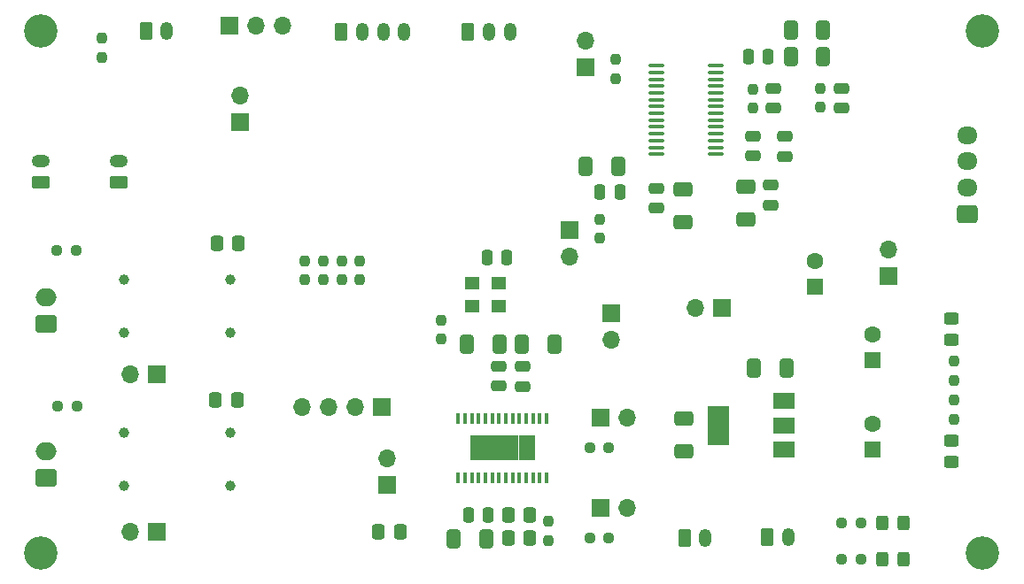
<source format=gbr>
%TF.GenerationSoftware,KiCad,Pcbnew,7.0.8*%
%TF.CreationDate,2024-11-14T21:46:59-08:00*%
%TF.ProjectId,CS8416-PCB5122,43533834-3136-42d5-9043-42353132322e,rev?*%
%TF.SameCoordinates,Original*%
%TF.FileFunction,Soldermask,Top*%
%TF.FilePolarity,Negative*%
%FSLAX46Y46*%
G04 Gerber Fmt 4.6, Leading zero omitted, Abs format (unit mm)*
G04 Created by KiCad (PCBNEW 7.0.8) date 2024-11-14 21:46:59*
%MOMM*%
%LPD*%
G01*
G04 APERTURE LIST*
G04 Aperture macros list*
%AMRoundRect*
0 Rectangle with rounded corners*
0 $1 Rounding radius*
0 $2 $3 $4 $5 $6 $7 $8 $9 X,Y pos of 4 corners*
0 Add a 4 corners polygon primitive as box body*
4,1,4,$2,$3,$4,$5,$6,$7,$8,$9,$2,$3,0*
0 Add four circle primitives for the rounded corners*
1,1,$1+$1,$2,$3*
1,1,$1+$1,$4,$5*
1,1,$1+$1,$6,$7*
1,1,$1+$1,$8,$9*
0 Add four rect primitives between the rounded corners*
20,1,$1+$1,$2,$3,$4,$5,0*
20,1,$1+$1,$4,$5,$6,$7,0*
20,1,$1+$1,$6,$7,$8,$9,0*
20,1,$1+$1,$8,$9,$2,$3,0*%
G04 Aperture macros list end*
%ADD10O,1.700000X1.700000*%
%ADD11R,1.700000X1.700000*%
%ADD12C,1.000000*%
%ADD13RoundRect,0.250000X0.412500X0.650000X-0.412500X0.650000X-0.412500X-0.650000X0.412500X-0.650000X0*%
%ADD14RoundRect,0.250000X-0.325000X-0.450000X0.325000X-0.450000X0.325000X0.450000X-0.325000X0.450000X0*%
%ADD15RoundRect,0.250000X-0.650000X0.412500X-0.650000X-0.412500X0.650000X-0.412500X0.650000X0.412500X0*%
%ADD16RoundRect,0.237500X0.237500X-0.250000X0.237500X0.250000X-0.237500X0.250000X-0.237500X-0.250000X0*%
%ADD17R,1.600000X1.600000*%
%ADD18C,1.600000*%
%ADD19RoundRect,0.250000X-0.412500X-0.650000X0.412500X-0.650000X0.412500X0.650000X-0.412500X0.650000X0*%
%ADD20RoundRect,0.250000X0.650000X-0.412500X0.650000X0.412500X-0.650000X0.412500X-0.650000X-0.412500X0*%
%ADD21RoundRect,0.250000X0.725000X-0.600000X0.725000X0.600000X-0.725000X0.600000X-0.725000X-0.600000X0*%
%ADD22O,1.950000X1.700000*%
%ADD23R,0.400000X1.100000*%
%ADD24R,1.542500X1.200000*%
%ADD25RoundRect,0.237500X0.250000X0.237500X-0.250000X0.237500X-0.250000X-0.237500X0.250000X-0.237500X0*%
%ADD26R,2.000000X1.500000*%
%ADD27R,2.000000X3.800000*%
%ADD28RoundRect,0.250000X-0.450000X0.325000X-0.450000X-0.325000X0.450000X-0.325000X0.450000X0.325000X0*%
%ADD29RoundRect,0.250000X-0.337500X-0.475000X0.337500X-0.475000X0.337500X0.475000X-0.337500X0.475000X0*%
%ADD30RoundRect,0.237500X-0.237500X0.250000X-0.237500X-0.250000X0.237500X-0.250000X0.237500X0.250000X0*%
%ADD31RoundRect,0.237500X-0.250000X-0.237500X0.250000X-0.237500X0.250000X0.237500X-0.250000X0.237500X0*%
%ADD32O,1.200000X1.750000*%
%ADD33RoundRect,0.250000X-0.350000X-0.625000X0.350000X-0.625000X0.350000X0.625000X-0.350000X0.625000X0*%
%ADD34RoundRect,0.100000X0.637500X0.100000X-0.637500X0.100000X-0.637500X-0.100000X0.637500X-0.100000X0*%
%ADD35RoundRect,0.250000X0.750000X-0.600000X0.750000X0.600000X-0.750000X0.600000X-0.750000X-0.600000X0*%
%ADD36O,2.000000X1.700000*%
%ADD37RoundRect,0.250000X0.475000X-0.250000X0.475000X0.250000X-0.475000X0.250000X-0.475000X-0.250000X0*%
%ADD38C,3.200000*%
%ADD39RoundRect,0.250000X0.250000X0.475000X-0.250000X0.475000X-0.250000X-0.475000X0.250000X-0.475000X0*%
%ADD40O,1.750000X1.200000*%
%ADD41RoundRect,0.250000X0.625000X-0.350000X0.625000X0.350000X-0.625000X0.350000X-0.625000X-0.350000X0*%
%ADD42RoundRect,0.250000X-0.475000X0.250000X-0.475000X-0.250000X0.475000X-0.250000X0.475000X0.250000X0*%
%ADD43RoundRect,0.250000X-0.250000X-0.475000X0.250000X-0.475000X0.250000X0.475000X-0.250000X0.475000X0*%
%ADD44RoundRect,0.250000X0.450000X-0.325000X0.450000X0.325000X-0.450000X0.325000X-0.450000X-0.325000X0*%
%ADD45R,1.400000X1.200000*%
G04 APERTURE END LIST*
D10*
%TO.C,J11*%
X107513748Y-114215000D03*
D11*
X107513748Y-116755000D03*
%TD*%
D12*
%TO.C,T2*%
X63433748Y-151715000D03*
X63433748Y-156795000D03*
X73593748Y-156795000D03*
X73593748Y-151715000D03*
%TD*%
D13*
%TO.C,C18*%
X107513748Y-126255000D03*
X110638748Y-126255000D03*
%TD*%
D14*
%TO.C,D3*%
X135901248Y-160355000D03*
X137951248Y-160355000D03*
%TD*%
D11*
%TO.C,J14*%
X88093748Y-149255000D03*
D10*
X85553748Y-149255000D03*
X83013748Y-149255000D03*
X80473748Y-149255000D03*
%TD*%
D15*
%TO.C,C13*%
X122833748Y-131331248D03*
X122833748Y-128206248D03*
%TD*%
D16*
%TO.C,R2*%
X142778748Y-144850834D03*
X142778748Y-146675834D03*
%TD*%
D13*
%TO.C,C21*%
X104608748Y-143205000D03*
X101483748Y-143205000D03*
%TD*%
D11*
%TO.C,J13*%
X110013748Y-140255000D03*
D10*
X110013748Y-142795000D03*
%TD*%
%TO.C,J4*%
X78568748Y-112755000D03*
X76028748Y-112755000D03*
D11*
X73488748Y-112755000D03*
%TD*%
D17*
%TO.C,C14*%
X135013748Y-153337379D03*
D18*
X135013748Y-150837379D03*
%TD*%
D19*
%TO.C,C22*%
X96183748Y-143205000D03*
X99308748Y-143205000D03*
%TD*%
D20*
%TO.C,C7*%
X116979036Y-150382343D03*
X116979036Y-153507343D03*
%TD*%
D19*
%TO.C,C2*%
X126741536Y-145544843D03*
X123616536Y-145544843D03*
%TD*%
D21*
%TO.C,J6*%
X144013748Y-130755000D03*
D22*
X144013748Y-128255000D03*
X144013748Y-125755000D03*
X144013748Y-123255000D03*
%TD*%
D23*
%TO.C,U3*%
X95387050Y-156018110D03*
X96037050Y-156018110D03*
X96687050Y-156018110D03*
X97337050Y-156018110D03*
X97987050Y-156018110D03*
X98637050Y-156018110D03*
X99287050Y-156018110D03*
X99937050Y-156018110D03*
X100587050Y-156018110D03*
X101237050Y-156018110D03*
X101887050Y-156018110D03*
X102537050Y-156018110D03*
X103187050Y-156018110D03*
X103837050Y-156018110D03*
X103837050Y-150318110D03*
X103187050Y-150318110D03*
X102537050Y-150318110D03*
X101887050Y-150318110D03*
X101237050Y-150318110D03*
X100587050Y-150318110D03*
X99937050Y-150318110D03*
X99287050Y-150318110D03*
X98637050Y-150318110D03*
X97987050Y-150318110D03*
X97337050Y-150318110D03*
X96687050Y-150318110D03*
X96037050Y-150318110D03*
X95387050Y-150318110D03*
D24*
X97298300Y-153768110D03*
X98840800Y-153768110D03*
X100383300Y-153768110D03*
X101925800Y-153768110D03*
X97298300Y-152568110D03*
X98840800Y-152568110D03*
X100383300Y-152568110D03*
X101925800Y-152568110D03*
%TD*%
D16*
%TO.C,R6*%
X110413748Y-116002500D03*
X110413748Y-117827500D03*
%TD*%
%TO.C,R3*%
X123513748Y-118842500D03*
X123513748Y-120667500D03*
%TD*%
D25*
%TO.C,R16*%
X107951248Y-161780000D03*
X109776248Y-161780000D03*
%TD*%
D26*
%TO.C,U1*%
X126515288Y-148689843D03*
D27*
X120215288Y-150989843D03*
D26*
X126515288Y-150989843D03*
X126515288Y-153289843D03*
%TD*%
D13*
%TO.C,C5*%
X127151248Y-113155000D03*
X130276248Y-113155000D03*
%TD*%
D12*
%TO.C,T1*%
X63458748Y-137065000D03*
X63458748Y-142145000D03*
X73618748Y-142145000D03*
X73618748Y-137065000D03*
%TD*%
D28*
%TO.C,D1*%
X142513748Y-154510000D03*
X142513748Y-152460000D03*
%TD*%
D29*
%TO.C,C29*%
X100176248Y-161805000D03*
X102251248Y-161805000D03*
%TD*%
D30*
%TO.C,R1*%
X142778748Y-150414167D03*
X142778748Y-148589167D03*
%TD*%
D31*
%TO.C,R8*%
X57038748Y-134255000D03*
X58863748Y-134255000D03*
%TD*%
D16*
%TO.C,R9*%
X80723748Y-137080000D03*
X80723748Y-135255000D03*
%TD*%
D32*
%TO.C,J1*%
X90213748Y-113355000D03*
X88213748Y-113355000D03*
X86213748Y-113355000D03*
D33*
X84213748Y-113355000D03*
%TD*%
D34*
%TO.C,U2*%
X114288748Y-125055000D03*
X114288748Y-124405000D03*
X114288748Y-123755000D03*
X114288748Y-123105000D03*
X114288748Y-122455000D03*
X114288748Y-121805000D03*
X114288748Y-121155000D03*
X114288748Y-120505000D03*
X114288748Y-119855000D03*
X114288748Y-119205000D03*
X114288748Y-118555000D03*
X114288748Y-117905000D03*
X114288748Y-117255000D03*
X114288748Y-116605000D03*
X120013748Y-116605000D03*
X120013748Y-117255000D03*
X120013748Y-117905000D03*
X120013748Y-118555000D03*
X120013748Y-119205000D03*
X120013748Y-119855000D03*
X120013748Y-120505000D03*
X120013748Y-121155000D03*
X120013748Y-121805000D03*
X120013748Y-122455000D03*
X120013748Y-123105000D03*
X120013748Y-123755000D03*
X120013748Y-124405000D03*
X120013748Y-125055000D03*
%TD*%
D16*
%TO.C,R13*%
X93763748Y-142755000D03*
X93763748Y-140930000D03*
%TD*%
%TO.C,R12*%
X85923748Y-137080000D03*
X85923748Y-135255000D03*
%TD*%
D10*
%TO.C,J3*%
X74513748Y-119455000D03*
D11*
X74513748Y-121995000D03*
%TD*%
D16*
%TO.C,R5*%
X61313748Y-115767500D03*
X61313748Y-113942500D03*
%TD*%
D35*
%TO.C,J16*%
X56013748Y-141255000D03*
D36*
X56013748Y-138755000D03*
%TD*%
D37*
%TO.C,C11*%
X123533748Y-123318748D03*
X123533748Y-125218748D03*
%TD*%
D38*
%TO.C,H2*%
X145513748Y-113255000D03*
%TD*%
D10*
%TO.C,J8*%
X136513748Y-134215000D03*
D11*
X136513748Y-136755000D03*
%TD*%
D37*
%TO.C,C16*%
X114333748Y-128331248D03*
X114333748Y-130231248D03*
%TD*%
D31*
%TO.C,R18*%
X132013748Y-160355000D03*
X133838748Y-160355000D03*
%TD*%
D39*
%TO.C,C12*%
X123113748Y-115755000D03*
X125013748Y-115755000D03*
%TD*%
D10*
%TO.C,J17*%
X88576248Y-154165000D03*
D11*
X88576248Y-156705000D03*
%TD*%
D37*
%TO.C,C9*%
X126633748Y-123368748D03*
X126633748Y-125268748D03*
%TD*%
D10*
%TO.C,J18*%
X111553748Y-158880000D03*
D11*
X109013748Y-158880000D03*
%TD*%
D25*
%TO.C,R14*%
X107951248Y-153155000D03*
X109776248Y-153155000D03*
%TD*%
D16*
%TO.C,R10*%
X82513748Y-137080000D03*
X82513748Y-135255000D03*
%TD*%
D31*
%TO.C,R19*%
X132013748Y-163855000D03*
X133838748Y-163855000D03*
%TD*%
D19*
%TO.C,C30*%
X94951248Y-161905000D03*
X98076248Y-161905000D03*
%TD*%
D40*
%TO.C,J7*%
X55463748Y-125755000D03*
D41*
X55463748Y-127755000D03*
%TD*%
D42*
%TO.C,C24*%
X101495800Y-145368110D03*
X101495800Y-147268110D03*
%TD*%
%TO.C,C23*%
X99246248Y-145355000D03*
X99246248Y-147255000D03*
%TD*%
D29*
%TO.C,C28*%
X100176248Y-159605000D03*
X102251248Y-159605000D03*
%TD*%
D42*
%TO.C,C3*%
X125513748Y-120655000D03*
X125513748Y-118755000D03*
%TD*%
D10*
%TO.C,J15*%
X111553748Y-150255000D03*
D11*
X109013748Y-150255000D03*
%TD*%
D30*
%TO.C,R17*%
X104013748Y-160192500D03*
X104013748Y-162017500D03*
%TD*%
D29*
%TO.C,C25*%
X89813748Y-161230000D03*
X87738748Y-161230000D03*
%TD*%
D16*
%TO.C,R11*%
X84223748Y-137080000D03*
X84223748Y-135255000D03*
%TD*%
D13*
%TO.C,C6*%
X127151248Y-115755000D03*
X130276248Y-115755000D03*
%TD*%
D39*
%TO.C,C27*%
X98263748Y-159605000D03*
X96363748Y-159605000D03*
%TD*%
D14*
%TO.C,D4*%
X135901248Y-163855000D03*
X137951248Y-163855000D03*
%TD*%
D43*
%TO.C,C17*%
X110826248Y-128655000D03*
X108926248Y-128655000D03*
%TD*%
D10*
%TO.C,J12*%
X105988748Y-134870000D03*
D11*
X105988748Y-132330000D03*
%TD*%
%TO.C,J9*%
X120553748Y-139755000D03*
D10*
X118013748Y-139755000D03*
%TD*%
D17*
%TO.C,C8*%
X135013748Y-144796189D03*
D18*
X135013748Y-142296189D03*
%TD*%
D44*
%TO.C,D2*%
X142513748Y-140755000D03*
X142513748Y-142805000D03*
%TD*%
D35*
%TO.C,J20*%
X55988748Y-156005000D03*
D36*
X55988748Y-153505000D03*
%TD*%
D31*
%TO.C,R15*%
X57101248Y-149170000D03*
X58926248Y-149170000D03*
%TD*%
D33*
%TO.C,J22*%
X124913748Y-161705000D03*
D32*
X126913748Y-161705000D03*
%TD*%
D33*
%TO.C,J10*%
X65513748Y-113255000D03*
D32*
X67513748Y-113255000D03*
%TD*%
D17*
%TO.C,C1*%
X129513748Y-137755000D03*
D18*
X129513748Y-135255000D03*
%TD*%
D37*
%TO.C,C10*%
X125233748Y-128018748D03*
X125233748Y-129918748D03*
%TD*%
D29*
%TO.C,C26*%
X72176248Y-148555000D03*
X74251248Y-148555000D03*
%TD*%
D15*
%TO.C,C15*%
X116833748Y-131581248D03*
X116833748Y-128456248D03*
%TD*%
D45*
%TO.C,X1*%
X99246248Y-137405000D03*
X96706248Y-137405000D03*
X96706248Y-139605000D03*
X99246248Y-139605000D03*
%TD*%
D39*
%TO.C,C19*%
X100026248Y-134905000D03*
X98126248Y-134905000D03*
%TD*%
D30*
%TO.C,R4*%
X130013748Y-120580000D03*
X130013748Y-118755000D03*
%TD*%
D38*
%TO.C,H1*%
X55513748Y-113255000D03*
%TD*%
D11*
%TO.C,J23*%
X66540000Y-161160000D03*
D10*
X64000000Y-161160000D03*
%TD*%
D11*
%TO.C,J19*%
X66565000Y-146105000D03*
D10*
X64025000Y-146105000D03*
%TD*%
D30*
%TO.C,R7*%
X108888748Y-133095000D03*
X108888748Y-131270000D03*
%TD*%
D32*
%TO.C,J2*%
X100313748Y-113355000D03*
X98313748Y-113355000D03*
D33*
X96313748Y-113355000D03*
%TD*%
D40*
%TO.C,J5*%
X62963748Y-125755000D03*
D41*
X62963748Y-127755000D03*
%TD*%
D33*
%TO.C,J21*%
X117013748Y-161755000D03*
D32*
X119013748Y-161755000D03*
%TD*%
D37*
%TO.C,C4*%
X132013748Y-118767500D03*
X132013748Y-120667500D03*
%TD*%
D29*
%TO.C,C20*%
X72301248Y-133605000D03*
X74376248Y-133605000D03*
%TD*%
D38*
%TO.C,H4*%
X145513748Y-163255000D03*
%TD*%
%TO.C,H3*%
X55513748Y-163255000D03*
%TD*%
M02*

</source>
